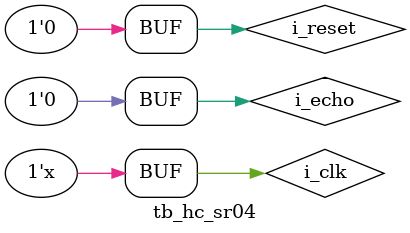
<source format=v>
`timescale 1ns / 1ps


module tb_hc_sr04(

    );

reg i_clk, i_reset;
wire o_trigger; 
wire [$clog2(11600) - 1:0]o_distance;
reg i_echo;

always
    #5 i_clk = ~i_clk;



HC_SR04_CONTROLLER DUT(
    .clk(i_clk), .reset(i_reset), .echo(i_echo),
    .trigger(o_trigger),
    .distance(o_distance) 
    );


initial begin
    i_clk = 0;
    i_reset = 1;
    i_echo = 0;

    #10 i_reset = 0;
    #1_000_00
    #100_000 i_echo = 1;
    #140_000 i_echo = 0;

end




endmodule

</source>
